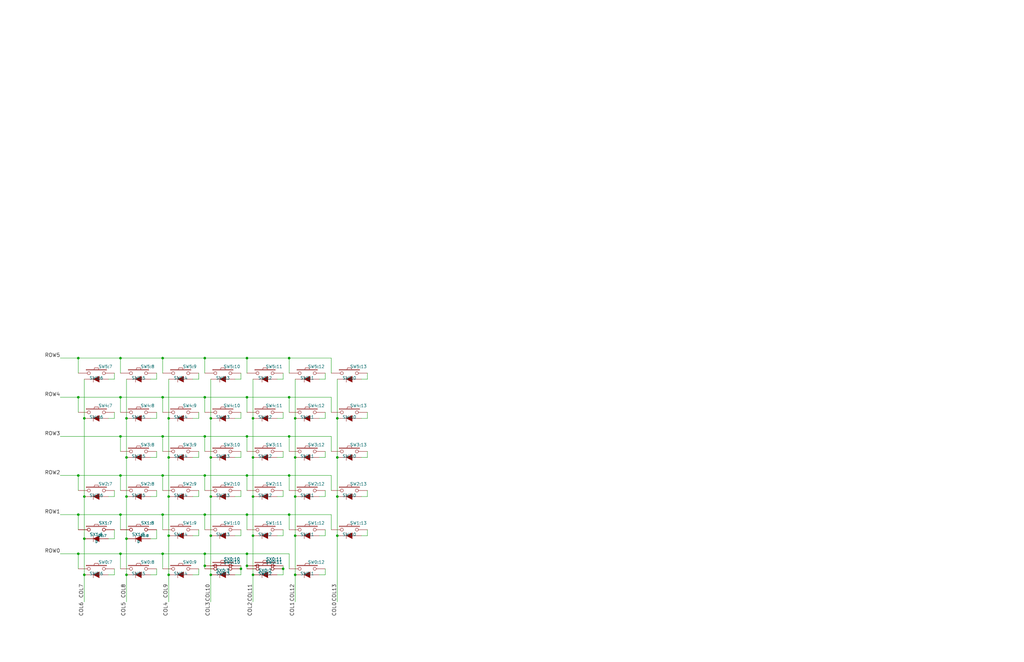
<source format=kicad_sch>
(kicad_sch (version 20250114) (generator "eeschema") (generator_version "9.0")
  (paper "USLedger")
  (lib_symbols
    (symbol "DIODE_3" (pin_numbers (hide yes)) (pin_names (offset 1.016) (hide yes))
      (property "Reference" "D" (at -2.54 -1.27 0))
      (property "Value" "DIODE" (at 0 1.27 0))
      (symbol "DIODE_3_1_1"
        (pin passive line (at -5.08 0 0) (length 3.81) (name "A") (number "1"))
        (pin passive line (at 5.08 0 180) (length 3.81) (name "K") (number "2"))
      )
    )
    (symbol "DIODE_4" (pin_numbers (hide yes)) (pin_names (offset 1.016) (hide yes))
      (property "Reference" "D" (at -2.54 -1.27 0))
      (property "Value" "DIODE" (at 0 1.27 0))
      (symbol "DIODE_4_1_1"
        (pin passive line (at -5.08 0 0) (length 3.81) (name "A") (number "1"))
        (pin passive line (at 5.08 0 180) (length 3.81) (name "K") (number "2"))
      )
    )
    (symbol "SWITCH_DIODE_39" (pin_numbers (hide yes)) (pin_names (offset 1.016) (hide yes))
      (property "Reference" "SW" (at 3.81 2.794 0))
      (property "Value" "SWITCH_DIODE" (at 0 -2.032 0))
      (symbol "SWITCH_DIODE_39_0_1"
        (pin passive inverted (at -7.62 0 0) (length 5.08) (name "1") (number "1"))
        (pin passive inverted (at 7.62 0 180) (length 5.08) (name "2") (number "2"))
      )
      (symbol "SWITCH_DIODE_39_1_1"
        (pin passive line (at -5.08 -2.54 0) (length 3.81) (name "K") (number "4"))
        (pin power_in line (at 0 0 90) (length 0) (hide yes) (name "GND") (number "0"))
        (pin passive line (at 5.08 -2.54 180) (length 3.81) (name "A") (number "3"))
      )
    )
    (symbol "SWITCH_DIODE_40" (pin_numbers (hide yes)) (pin_names (offset 1.016) (hide yes))
      (property "Reference" "SW" (at 3.81 2.794 0))
      (property "Value" "SWITCH_DIODE" (at 0 -2.032 0))
      (symbol "SWITCH_DIODE_40_0_1"
        (pin passive inverted (at -7.62 0 0) (length 5.08) (name "1") (number "1"))
        (pin passive inverted (at 7.62 0 180) (length 5.08) (name "2") (number "2"))
      )
      (symbol "SWITCH_DIODE_40_1_1"
        (pin passive line (at -5.08 -2.54 0) (length 3.81) (name "K") (number "4"))
        (pin power_in line (at 0 0 90) (length 0) (hide yes) (name "GND") (number "0"))
        (pin passive line (at 5.08 -2.54 180) (length 3.81) (name "A") (number "3"))
      )
    )
    (symbol "SWITCH_DIODE_41" (pin_numbers (hide yes)) (pin_names (offset 1.016) (hide yes))
      (property "Reference" "SW" (at 3.81 2.794 0))
      (property "Value" "SWITCH_DIODE" (at 0 -2.032 0))
      (symbol "SWITCH_DIODE_41_0_1"
        (pin passive inverted (at -7.62 0 0) (length 5.08) (name "1") (number "1"))
        (pin passive inverted (at 7.62 0 180) (length 5.08) (name "2") (number "2"))
      )
      (symbol "SWITCH_DIODE_41_1_1"
        (pin passive line (at -5.08 -2.54 0) (length 3.81) (name "K") (number "4"))
        (pin power_in line (at 0 0 90) (length 0) (hide yes) (name "GND") (number "0"))
        (pin passive line (at 5.08 -2.54 180) (length 3.81) (name "A") (number "3"))
      )
    )
    (symbol "SWITCH_DIODE_42" (pin_numbers (hide yes)) (pin_names (offset 1.016) (hide yes))
      (property "Reference" "SW" (at 3.81 2.794 0))
      (property "Value" "SWITCH_DIODE" (at 0 -2.032 0))
      (symbol "SWITCH_DIODE_42_0_1"
        (pin passive inverted (at -7.62 0 0) (length 5.08) (name "1") (number "1"))
        (pin passive inverted (at 7.62 0 180) (length 5.08) (name "2") (number "2"))
      )
      (symbol "SWITCH_DIODE_42_1_1"
        (pin passive line (at -5.08 -2.54 0) (length 3.81) (name "K") (number "4"))
        (pin power_in line (at 0 0 90) (length 0) (hide yes) (name "GND") (number "0"))
        (pin passive line (at 5.08 -2.54 180) (length 3.81) (name "A") (number "3"))
      )
    )
    (symbol "SWITCH_DIODE_43" (pin_numbers (hide yes)) (pin_names (offset 1.016) (hide yes))
      (property "Reference" "SW" (at 3.81 2.794 0))
      (property "Value" "SWITCH_DIODE" (at 0 -2.032 0))
      (symbol "SWITCH_DIODE_43_0_1"
        (pin passive inverted (at -7.62 0 0) (length 5.08) (name "1") (number "1"))
        (pin passive inverted (at 7.62 0 180) (length 5.08) (name "2") (number "2"))
      )
      (symbol "SWITCH_DIODE_43_1_1"
        (pin passive line (at -5.08 -2.54 0) (length 3.81) (name "K") (number "4"))
        (pin power_in line (at 0 0 90) (length 0) (hide yes) (name "GND") (number "0"))
        (pin passive line (at 5.08 -2.54 180) (length 3.81) (name "A") (number "3"))
      )
    )
    (symbol "SWITCH_DIODE_44" (pin_numbers (hide yes)) (pin_names (offset 1.016) (hide yes))
      (property "Reference" "SW" (at 3.81 2.794 0))
      (property "Value" "SWITCH_DIODE" (at 0 -2.032 0))
      (symbol "SWITCH_DIODE_44_0_1"
        (pin passive inverted (at -7.62 0 0) (length 5.08) (name "1") (number "1"))
        (pin passive inverted (at 7.62 0 180) (length 5.08) (name "2") (number "2"))
      )
      (symbol "SWITCH_DIODE_44_1_1"
        (pin passive line (at -5.08 -2.54 0) (length 3.81) (name "K") (number "4"))
        (pin power_in line (at 0 0 90) (length 0) (hide yes) (name "GND") (number "0"))
        (pin passive line (at 5.08 -2.54 180) (length 3.81) (name "A") (number "3"))
      )
    )
    (symbol "SWITCH_DIODE_45" (pin_numbers (hide yes)) (pin_names (offset 1.016) (hide yes))
      (property "Reference" "SW" (at 3.81 2.794 0))
      (property "Value" "SWITCH_DIODE" (at 0 -2.032 0))
      (symbol "SWITCH_DIODE_45_0_1"
        (pin passive inverted (at -7.62 0 0) (length 5.08) (name "1") (number "1"))
        (pin passive inverted (at 7.62 0 180) (length 5.08) (name "2") (number "2"))
      )
      (symbol "SWITCH_DIODE_45_1_1"
        (pin passive line (at -5.08 -2.54 0) (length 3.81) (name "K") (number "4"))
        (pin power_in line (at 0 0 90) (length 0) (hide yes) (name "GND") (number "0"))
        (pin passive line (at 5.08 -2.54 180) (length 3.81) (name "A") (number "3"))
      )
    )
    (symbol "SWITCH_DIODE_46" (pin_numbers (hide yes)) (pin_names (offset 1.016) (hide yes))
      (property "Reference" "SW" (at 3.81 2.794 0))
      (property "Value" "SWITCH_DIODE" (at 0 -2.032 0))
      (symbol "SWITCH_DIODE_46_0_1"
        (pin passive inverted (at -7.62 0 0) (length 5.08) (name "1") (number "1"))
        (pin passive inverted (at 7.62 0 180) (length 5.08) (name "2") (number "2"))
      )
      (symbol "SWITCH_DIODE_46_1_1"
        (pin passive line (at -5.08 -2.54 0) (length 3.81) (name "K") (number "4"))
        (pin power_in line (at 0 0 90) (length 0) (hide yes) (name "GND") (number "0"))
        (pin passive line (at 5.08 -2.54 180) (length 3.81) (name "A") (number "3"))
      )
    )
    (symbol "SWITCH_DIODE_47" (pin_numbers (hide yes)) (pin_names (offset 1.016) (hide yes))
      (property "Reference" "SW" (at 3.81 2.794 0))
      (property "Value" "SWITCH_DIODE" (at 0 -2.032 0))
      (symbol "SWITCH_DIODE_47_0_1"
        (pin passive inverted (at -7.62 0 0) (length 5.08) (name "1") (number "1"))
        (pin passive inverted (at 7.62 0 180) (length 5.08) (name "2") (number "2"))
      )
      (symbol "SWITCH_DIODE_47_1_1"
        (pin passive line (at -5.08 -2.54 0) (length 3.81) (name "K") (number "4"))
        (pin power_in line (at 0 0 90) (length 0) (hide yes) (name "GND") (number "0"))
        (pin passive line (at 5.08 -2.54 180) (length 3.81) (name "A") (number "3"))
      )
    )
    (symbol "SWITCH_DIODE_48" (pin_numbers (hide yes)) (pin_names (offset 1.016) (hide yes))
      (property "Reference" "SW" (at 3.81 2.794 0))
      (property "Value" "SWITCH_DIODE" (at 0 -2.032 0))
      (symbol "SWITCH_DIODE_48_0_1"
        (pin passive inverted (at -7.62 0 0) (length 5.08) (name "1") (number "1"))
        (pin passive inverted (at 7.62 0 180) (length 5.08) (name "2") (number "2"))
      )
      (symbol "SWITCH_DIODE_48_1_1"
        (pin passive line (at -5.08 -2.54 0) (length 3.81) (name "K") (number "4"))
        (pin power_in line (at 0 0 90) (length 0) (hide yes) (name "GND") (number "0"))
        (pin passive line (at 5.08 -2.54 180) (length 3.81) (name "A") (number "3"))
      )
    )
    (symbol "SWITCH_DIODE_49" (pin_numbers (hide yes)) (pin_names (offset 1.016) (hide yes))
      (property "Reference" "SW" (at 3.81 2.794 0))
      (property "Value" "SWITCH_DIODE" (at 0 -2.032 0))
      (symbol "SWITCH_DIODE_49_0_1"
        (pin passive inverted (at -7.62 0 0) (length 5.08) (name "1") (number "1"))
        (pin passive inverted (at 7.62 0 180) (length 5.08) (name "2") (number "2"))
      )
      (symbol "SWITCH_DIODE_49_1_1"
        (pin passive line (at -5.08 -2.54 0) (length 3.81) (name "K") (number "4"))
        (pin power_in line (at 0 0 90) (length 0) (hide yes) (name "GND") (number "0"))
        (pin passive line (at 5.08 -2.54 180) (length 3.81) (name "A") (number "3"))
      )
    )
    (symbol "SWITCH_DIODE_50" (pin_numbers (hide yes)) (pin_names (offset 1.016) (hide yes))
      (property "Reference" "SW" (at 3.81 2.794 0))
      (property "Value" "SWITCH_DIODE" (at 0 -2.032 0))
      (symbol "SWITCH_DIODE_50_0_1"
        (pin passive inverted (at -7.62 0 0) (length 5.08) (name "1") (number "1"))
        (pin passive inverted (at 7.62 0 180) (length 5.08) (name "2") (number "2"))
      )
      (symbol "SWITCH_DIODE_50_1_1"
        (pin passive line (at -5.08 -2.54 0) (length 3.81) (name "K") (number "4"))
        (pin power_in line (at 0 0 90) (length 0) (hide yes) (name "GND") (number "0"))
        (pin passive line (at 5.08 -2.54 180) (length 3.81) (name "A") (number "3"))
      )
    )
    (symbol "SWITCH_DIODE_51" (pin_numbers (hide yes)) (pin_names (offset 1.016) (hide yes))
      (property "Reference" "SW" (at 3.81 2.794 0))
      (property "Value" "SWITCH_DIODE" (at 0 -2.032 0))
      (symbol "SWITCH_DIODE_51_0_1"
        (pin passive inverted (at -7.62 0 0) (length 5.08) (name "1") (number "1"))
        (pin passive inverted (at 7.62 0 180) (length 5.08) (name "2") (number "2"))
      )
      (symbol "SWITCH_DIODE_51_1_1"
        (pin passive line (at -5.08 -2.54 0) (length 3.81) (name "K") (number "4"))
        (pin power_in line (at 0 0 90) (length 0) (hide yes) (name "GND") (number "0"))
        (pin passive line (at 5.08 -2.54 180) (length 3.81) (name "A") (number "3"))
      )
    )
    (symbol "SWITCH_DIODE_52" (pin_numbers (hide yes)) (pin_names (offset 1.016) (hide yes))
      (property "Reference" "SW" (at 3.81 2.794 0))
      (property "Value" "SWITCH_DIODE" (at 0 -2.032 0))
      (symbol "SWITCH_DIODE_52_0_1"
        (pin passive inverted (at -7.62 0 0) (length 5.08) (name "1") (number "1"))
        (pin passive inverted (at 7.62 0 180) (length 5.08) (name "2") (number "2"))
      )
      (symbol "SWITCH_DIODE_52_1_1"
        (pin passive line (at -5.08 -2.54 0) (length 3.81) (name "K") (number "4"))
        (pin power_in line (at 0 0 90) (length 0) (hide yes) (name "GND") (number "0"))
        (pin passive line (at 5.08 -2.54 180) (length 3.81) (name "A") (number "3"))
      )
    )
    (symbol "SWITCH_DIODE_53" (pin_numbers (hide yes)) (pin_names (offset 1.016) (hide yes))
      (property "Reference" "SW" (at 3.81 2.794 0))
      (property "Value" "SWITCH_DIODE" (at 0 -2.032 0))
      (symbol "SWITCH_DIODE_53_0_1"
        (pin passive inverted (at -7.62 0 0) (length 5.08) (name "1") (number "1"))
        (pin passive inverted (at 7.62 0 180) (length 5.08) (name "2") (number "2"))
      )
      (symbol "SWITCH_DIODE_53_1_1"
        (pin passive line (at -5.08 -2.54 0) (length 3.81) (name "K") (number "4"))
        (pin power_in line (at 0 0 90) (length 0) (hide yes) (name "GND") (number "0"))
        (pin passive line (at 5.08 -2.54 180) (length 3.81) (name "A") (number "3"))
      )
    )
    (symbol "SWITCH_DIODE_54" (pin_numbers (hide yes)) (pin_names (offset 1.016) (hide yes))
      (property "Reference" "SW" (at 3.81 2.794 0))
      (property "Value" "SWITCH_DIODE" (at 0 -2.032 0))
      (symbol "SWITCH_DIODE_54_0_1"
        (pin passive inverted (at -7.62 0 0) (length 5.08) (name "1") (number "1"))
        (pin passive inverted (at 7.62 0 180) (length 5.08) (name "2") (number "2"))
      )
      (symbol "SWITCH_DIODE_54_1_1"
        (pin passive line (at -5.08 -2.54 0) (length 3.81) (name "K") (number "4"))
        (pin power_in line (at 0 0 90) (length 0) (hide yes) (name "GND") (number "0"))
        (pin passive line (at 5.08 -2.54 180) (length 3.81) (name "A") (number "3"))
      )
    )
    (symbol "SWITCH_DIODE_55" (pin_numbers (hide yes)) (pin_names (offset 1.016) (hide yes))
      (property "Reference" "SW" (at 3.81 2.794 0))
      (property "Value" "SWITCH_DIODE" (at 0 -2.032 0))
      (symbol "SWITCH_DIODE_55_0_1"
        (pin passive inverted (at -7.62 0 0) (length 5.08) (name "1") (number "1"))
        (pin passive inverted (at 7.62 0 180) (length 5.08) (name "2") (number "2"))
      )
      (symbol "SWITCH_DIODE_55_1_1"
        (pin passive line (at -5.08 -2.54 0) (length 3.81) (name "K") (number "4"))
        (pin power_in line (at 0 0 90) (length 0) (hide yes) (name "GND") (number "0"))
        (pin passive line (at 5.08 -2.54 180) (length 3.81) (name "A") (number "3"))
      )
    )
    (symbol "SWITCH_DIODE_56" (pin_numbers (hide yes)) (pin_names (offset 1.016) (hide yes))
      (property "Reference" "SW" (at 3.81 2.794 0))
      (property "Value" "SWITCH_DIODE" (at 0 -2.032 0))
      (symbol "SWITCH_DIODE_56_0_1"
        (pin passive inverted (at -7.62 0 0) (length 5.08) (name "1") (number "1"))
        (pin passive inverted (at 7.62 0 180) (length 5.08) (name "2") (number "2"))
      )
      (symbol "SWITCH_DIODE_56_1_1"
        (pin passive line (at -5.08 -2.54 0) (length 3.81) (name "K") (number "4"))
        (pin power_in line (at 0 0 90) (length 0) (hide yes) (name "GND") (number "0"))
        (pin passive line (at 5.08 -2.54 180) (length 3.81) (name "A") (number "3"))
      )
    )
    (symbol "SWITCH_DIODE_57" (pin_numbers (hide yes)) (pin_names (offset 1.016) (hide yes))
      (property "Reference" "SW" (at 3.81 2.794 0))
      (property "Value" "SWITCH_DIODE" (at 0 -2.032 0))
      (symbol "SWITCH_DIODE_57_0_1"
        (pin passive inverted (at -7.62 0 0) (length 5.08) (name "1") (number "1"))
        (pin passive inverted (at 7.62 0 180) (length 5.08) (name "2") (number "2"))
      )
      (symbol "SWITCH_DIODE_57_1_1"
        (pin passive line (at -5.08 -2.54 0) (length 3.81) (name "K") (number "4"))
        (pin power_in line (at 0 0 90) (length 0) (hide yes) (name "GND") (number "0"))
        (pin passive line (at 5.08 -2.54 180) (length 3.81) (name "A") (number "3"))
      )
    )
    (symbol "SWITCH_DIODE_58" (pin_numbers (hide yes)) (pin_names (offset 1.016) (hide yes))
      (property "Reference" "SW" (at 3.81 2.794 0))
      (property "Value" "SWITCH_DIODE" (at 0 -2.032 0))
      (symbol "SWITCH_DIODE_58_0_1"
        (pin passive inverted (at -7.62 0 0) (length 5.08) (name "1") (number "1"))
        (pin passive inverted (at 7.62 0 180) (length 5.08) (name "2") (number "2"))
      )
      (symbol "SWITCH_DIODE_58_1_1"
        (pin passive line (at -5.08 -2.54 0) (length 3.81) (name "K") (number "4"))
        (pin power_in line (at 0 0 90) (length 0) (hide yes) (name "GND") (number "0"))
        (pin passive line (at 5.08 -2.54 180) (length 3.81) (name "A") (number "3"))
      )
    )
    (symbol "SWITCH_DIODE_59" (pin_numbers (hide yes)) (pin_names (offset 1.016) (hide yes))
      (property "Reference" "SW" (at 3.81 2.794 0))
      (property "Value" "SWITCH_DIODE" (at 0 -2.032 0))
      (symbol "SWITCH_DIODE_59_0_1"
        (pin passive inverted (at -7.62 0 0) (length 5.08) (name "1") (number "1"))
        (pin passive inverted (at 7.62 0 180) (length 5.08) (name "2") (number "2"))
      )
      (symbol "SWITCH_DIODE_59_1_1"
        (pin passive line (at -5.08 -2.54 0) (length 3.81) (name "K") (number "4"))
        (pin power_in line (at 0 0 90) (length 0) (hide yes) (name "GND") (number "0"))
        (pin passive line (at 5.08 -2.54 180) (length 3.81) (name "A") (number "3"))
      )
    )
    (symbol "SWITCH_DIODE_60" (pin_numbers (hide yes)) (pin_names (offset 1.016) (hide yes))
      (property "Reference" "SW" (at 3.81 2.794 0))
      (property "Value" "SWITCH_DIODE" (at 0 -2.032 0))
      (symbol "SWITCH_DIODE_60_0_1"
        (pin passive inverted (at -7.62 0 0) (length 5.08) (name "1") (number "1"))
        (pin passive inverted (at 7.62 0 180) (length 5.08) (name "2") (number "2"))
      )
      (symbol "SWITCH_DIODE_60_1_1"
        (pin passive line (at -5.08 -2.54 0) (length 3.81) (name "K") (number "4"))
        (pin power_in line (at 0 0 90) (length 0) (hide yes) (name "GND") (number "0"))
        (pin passive line (at 5.08 -2.54 180) (length 3.81) (name "A") (number "3"))
      )
    )
    (symbol "SWITCH_DIODE_61" (pin_numbers (hide yes)) (pin_names (offset 1.016) (hide yes))
      (property "Reference" "SW" (at 3.81 2.794 0))
      (property "Value" "SWITCH_DIODE" (at 0 -2.032 0))
      (symbol "SWITCH_DIODE_61_0_1"
        (pin passive inverted (at -7.62 0 0) (length 5.08) (name "1") (number "1"))
        (pin passive inverted (at 7.62 0 180) (length 5.08) (name "2") (number "2"))
      )
      (symbol "SWITCH_DIODE_61_1_1"
        (pin passive line (at -5.08 -2.54 0) (length 3.81) (name "K") (number "4"))
        (pin power_in line (at 0 0 90) (length 0) (hide yes) (name "GND") (number "0"))
        (pin passive line (at 5.08 -2.54 180) (length 3.81) (name "A") (number "3"))
      )
    )
    (symbol "SWITCH_DIODE_62" (pin_numbers (hide yes)) (pin_names (offset 1.016) (hide yes))
      (property "Reference" "SW" (at 3.81 2.794 0))
      (property "Value" "SWITCH_DIODE" (at 0 -2.032 0))
      (symbol "SWITCH_DIODE_62_0_1"
        (pin passive inverted (at -7.62 0 0) (length 5.08) (name "1") (number "1"))
        (pin passive inverted (at 7.62 0 180) (length 5.08) (name "2") (number "2"))
      )
      (symbol "SWITCH_DIODE_62_1_1"
        (pin passive line (at -5.08 -2.54 0) (length 3.81) (name "K") (number "4"))
        (pin power_in line (at 0 0 90) (length 0) (hide yes) (name "GND") (number "0"))
        (pin passive line (at 5.08 -2.54 180) (length 3.81) (name "A") (number "3"))
      )
    )
    (symbol "SWITCH_DIODE_63" (pin_numbers (hide yes)) (pin_names (offset 1.016) (hide yes))
      (property "Reference" "SW" (at 3.81 2.794 0))
      (property "Value" "SWITCH_DIODE" (at 0 -2.032 0))
      (symbol "SWITCH_DIODE_63_0_1"
        (pin passive inverted (at -7.62 0 0) (length 5.08) (name "1") (number "1"))
        (pin passive inverted (at 7.62 0 180) (length 5.08) (name "2") (number "2"))
      )
      (symbol "SWITCH_DIODE_63_1_1"
        (pin passive line (at -5.08 -2.54 0) (length 3.81) (name "K") (number "4"))
        (pin power_in line (at 0 0 90) (length 0) (hide yes) (name "GND") (number "0"))
        (pin passive line (at 5.08 -2.54 180) (length 3.81) (name "A") (number "3"))
      )
    )
    (symbol "SWITCH_DIODE_64" (pin_numbers (hide yes)) (pin_names (offset 1.016) (hide yes))
      (property "Reference" "SW" (at 3.81 2.794 0))
      (property "Value" "SWITCH_DIODE" (at 0 -2.032 0))
      (symbol "SWITCH_DIODE_64_0_1"
        (pin passive inverted (at -7.62 0 0) (length 5.08) (name "1") (number "1"))
        (pin passive inverted (at 7.62 0 180) (length 5.08) (name "2") (number "2"))
      )
      (symbol "SWITCH_DIODE_64_1_1"
        (pin passive line (at -5.08 -2.54 0) (length 3.81) (name "K") (number "4"))
        (pin power_in line (at 0 0 90) (length 0) (hide yes) (name "GND") (number "0"))
        (pin passive line (at 5.08 -2.54 180) (length 3.81) (name "A") (number "3"))
      )
    )
    (symbol "SWITCH_DIODE_65" (pin_numbers (hide yes)) (pin_names (offset 1.016) (hide yes))
      (property "Reference" "SW" (at 3.81 2.794 0))
      (property "Value" "SWITCH_DIODE" (at 0 -2.032 0))
      (symbol "SWITCH_DIODE_65_0_1"
        (pin passive inverted (at -7.62 0 0) (length 5.08) (name "1") (number "1"))
        (pin passive inverted (at 7.62 0 180) (length 5.08) (name "2") (number "2"))
      )
      (symbol "SWITCH_DIODE_65_1_1"
        (pin passive line (at -5.08 -2.54 0) (length 3.81) (name "K") (number "4"))
        (pin power_in line (at 0 0 90) (length 0) (hide yes) (name "GND") (number "0"))
        (pin passive line (at 5.08 -2.54 180) (length 3.81) (name "A") (number "3"))
      )
    )
    (symbol "SWITCH_DIODE_66" (pin_numbers (hide yes)) (pin_names (offset 1.016) (hide yes))
      (property "Reference" "SW" (at 3.81 2.794 0))
      (property "Value" "SWITCH_DIODE" (at 0 -2.032 0))
      (symbol "SWITCH_DIODE_66_0_1"
        (pin passive inverted (at -7.62 0 0) (length 5.08) (name "1") (number "1"))
        (pin passive inverted (at 7.62 0 180) (length 5.08) (name "2") (number "2"))
      )
      (symbol "SWITCH_DIODE_66_1_1"
        (pin passive line (at -5.08 -2.54 0) (length 3.81) (name "K") (number "4"))
        (pin power_in line (at 0 0 90) (length 0) (hide yes) (name "GND") (number "0"))
        (pin passive line (at 5.08 -2.54 180) (length 3.81) (name "A") (number "3"))
      )
    )
    (symbol "SWITCH_DIODE_67" (pin_numbers (hide yes)) (pin_names (offset 1.016) (hide yes))
      (property "Reference" "SW" (at 3.81 2.794 0))
      (property "Value" "SWITCH_DIODE" (at 0 -2.032 0))
      (symbol "SWITCH_DIODE_67_0_1"
        (pin passive inverted (at -7.62 0 0) (length 5.08) (name "1") (number "1"))
        (pin passive inverted (at 7.62 0 180) (length 5.08) (name "2") (number "2"))
      )
      (symbol "SWITCH_DIODE_67_1_1"
        (pin passive line (at -5.08 -2.54 0) (length 3.81) (name "K") (number "4"))
        (pin power_in line (at 0 0 90) (length 0) (hide yes) (name "GND") (number "0"))
        (pin passive line (at 5.08 -2.54 180) (length 3.81) (name "A") (number "3"))
      )
    )
    (symbol "SWITCH_DIODE_68" (pin_numbers (hide yes)) (pin_names (offset 1.016) (hide yes))
      (property "Reference" "SW" (at 3.81 2.794 0))
      (property "Value" "SWITCH_DIODE" (at 0 -2.032 0))
      (symbol "SWITCH_DIODE_68_0_1"
        (pin passive inverted (at -7.62 0 0) (length 5.08) (name "1") (number "1"))
        (pin passive inverted (at 7.62 0 180) (length 5.08) (name "2") (number "2"))
      )
      (symbol "SWITCH_DIODE_68_1_1"
        (pin passive line (at -5.08 -2.54 0) (length 3.81) (name "K") (number "4"))
        (pin power_in line (at 0 0 90) (length 0) (hide yes) (name "GND") (number "0"))
        (pin passive line (at 5.08 -2.54 180) (length 3.81) (name "A") (number "3"))
      )
    )
    (symbol "SWITCH_DIODE_69" (pin_numbers (hide yes)) (pin_names (offset 1.016) (hide yes))
      (property "Reference" "SW" (at 3.81 2.794 0))
      (property "Value" "SWITCH_DIODE" (at 0 -2.032 0))
      (symbol "SWITCH_DIODE_69_0_1"
        (pin passive inverted (at -7.62 0 0) (length 5.08) (name "1") (number "1"))
        (pin passive inverted (at 7.62 0 180) (length 5.08) (name "2") (number "2"))
      )
      (symbol "SWITCH_DIODE_69_1_1"
        (pin passive line (at -5.08 -2.54 0) (length 3.81) (name "K") (number "4"))
        (pin power_in line (at 0 0 90) (length 0) (hide yes) (name "GND") (number "0"))
        (pin passive line (at 5.08 -2.54 180) (length 3.81) (name "A") (number "3"))
      )
    )
    (symbol "SWITCH_DIODE_70" (pin_numbers (hide yes)) (pin_names (offset 1.016) (hide yes))
      (property "Reference" "SW" (at 3.81 2.794 0))
      (property "Value" "SWITCH_DIODE" (at 0 -2.032 0))
      (symbol "SWITCH_DIODE_70_0_1"
        (pin passive inverted (at -7.62 0 0) (length 5.08) (name "1") (number "1"))
        (pin passive inverted (at 7.62 0 180) (length 5.08) (name "2") (number "2"))
      )
      (symbol "SWITCH_DIODE_70_1_1"
        (pin passive line (at -5.08 -2.54 0) (length 3.81) (name "K") (number "4"))
        (pin power_in line (at 0 0 90) (length 0) (hide yes) (name "GND") (number "0"))
        (pin passive line (at 5.08 -2.54 180) (length 3.81) (name "A") (number "3"))
      )
    )
    (symbol "SWITCH_DIODE_71" (pin_numbers (hide yes)) (pin_names (offset 1.016) (hide yes))
      (property "Reference" "SW" (at 3.81 2.794 0))
      (property "Value" "SWITCH_DIODE" (at 0 -2.032 0))
      (symbol "SWITCH_DIODE_71_0_1"
        (pin passive inverted (at -7.62 0 0) (length 5.08) (name "1") (number "1"))
        (pin passive inverted (at 7.62 0 180) (length 5.08) (name "2") (number "2"))
      )
      (symbol "SWITCH_DIODE_71_1_1"
        (pin passive line (at -5.08 -2.54 0) (length 3.81) (name "K") (number "4"))
        (pin power_in line (at 0 0 90) (length 0) (hide yes) (name "GND") (number "0"))
        (pin passive line (at 5.08 -2.54 180) (length 3.81) (name "A") (number "3"))
      )
    )
    (symbol "SWITCH_DIODE_72" (pin_numbers (hide yes)) (pin_names (offset 1.016) (hide yes))
      (property "Reference" "SW" (at 3.81 2.794 0))
      (property "Value" "SWITCH_DIODE" (at 0 -2.032 0))
      (symbol "SWITCH_DIODE_72_0_1"
        (pin passive inverted (at -7.62 0 0) (length 5.08) (name "1") (number "1"))
        (pin passive inverted (at 7.62 0 180) (length 5.08) (name "2") (number "2"))
      )
      (symbol "SWITCH_DIODE_72_1_1"
        (pin passive line (at -5.08 -2.54 0) (length 3.81) (name "K") (number "4"))
        (pin power_in line (at 0 0 90) (length 0) (hide yes) (name "GND") (number "0"))
        (pin passive line (at 5.08 -2.54 180) (length 3.81) (name "A") (number "3"))
      )
    )
    (symbol "SWITCH_DIODE_73" (pin_numbers (hide yes)) (pin_names (offset 1.016) (hide yes))
      (property "Reference" "SW" (at 3.81 2.794 0))
      (property "Value" "SWITCH_DIODE" (at 0 -2.032 0))
      (symbol "SWITCH_DIODE_73_0_1"
        (pin passive inverted (at -7.62 0 0) (length 5.08) (name "1") (number "1"))
        (pin passive inverted (at 7.62 0 180) (length 5.08) (name "2") (number "2"))
      )
      (symbol "SWITCH_DIODE_73_1_1"
        (pin passive line (at -5.08 -2.54 0) (length 3.81) (name "K") (number "4"))
        (pin power_in line (at 0 0 90) (length 0) (hide yes) (name "GND") (number "0"))
        (pin passive line (at 5.08 -2.54 180) (length 3.81) (name "A") (number "3"))
      )
    )
    (symbol "SWITCH_DIODE_74" (pin_numbers (hide yes)) (pin_names (offset 1.016) (hide yes))
      (property "Reference" "SW" (at 3.81 2.794 0))
      (property "Value" "SWITCH_DIODE" (at 0 -2.032 0))
      (symbol "SWITCH_DIODE_74_0_1"
        (pin passive inverted (at -7.62 0 0) (length 5.08) (name "1") (number "1"))
        (pin passive inverted (at 7.62 0 180) (length 5.08) (name "2") (number "2"))
      )
      (symbol "SWITCH_DIODE_74_1_1"
        (pin passive line (at -5.08 -2.54 0) (length 3.81) (name "K") (number "4"))
        (pin power_in line (at 0 0 90) (length 0) (hide yes) (name "GND") (number "0"))
        (pin passive line (at 5.08 -2.54 180) (length 3.81) (name "A") (number "3"))
      )
    )
    (symbol "SWITCH_DIODE_75" (pin_numbers (hide yes)) (pin_names (offset 1.016) (hide yes))
      (property "Reference" "SW" (at 3.81 2.794 0))
      (property "Value" "SWITCH_DIODE" (at 0 -2.032 0))
      (symbol "SWITCH_DIODE_75_0_1"
        (pin passive inverted (at -7.62 0 0) (length 5.08) (name "1") (number "1"))
        (pin passive inverted (at 7.62 0 180) (length 5.08) (name "2") (number "2"))
      )
      (symbol "SWITCH_DIODE_75_1_1"
        (pin passive line (at -5.08 -2.54 0) (length 3.81) (name "K") (number "4"))
        (pin power_in line (at 0 0 90) (length 0) (hide yes) (name "GND") (number "0"))
        (pin passive line (at 5.08 -2.54 180) (length 3.81) (name "A") (number "3"))
      )
    )
    (symbol "SWITCH_DIODE_76" (pin_numbers (hide yes)) (pin_names (offset 1.016) (hide yes))
      (property "Reference" "SW" (at 3.81 2.794 0))
      (property "Value" "SWITCH_DIODE" (at 0 -2.032 0))
      (symbol "SWITCH_DIODE_76_0_1"
        (pin passive inverted (at -7.62 0 0) (length 5.08) (name "1") (number "1"))
        (pin passive inverted (at 7.62 0 180) (length 5.08) (name "2") (number "2"))
      )
      (symbol "SWITCH_DIODE_76_1_1"
        (pin passive line (at -5.08 -2.54 0) (length 3.81) (name "K") (number "4"))
        (pin power_in line (at 0 0 90) (length 0) (hide yes) (name "GND") (number "0"))
        (pin passive line (at 5.08 -2.54 180) (length 3.81) (name "A") (number "3"))
      )
    )
    (symbol "SWITCH_PUSH_10" (pin_numbers (hide yes)) (pin_names (offset 1.016) (hide yes))
      (property "Reference" "SW" (at 3.81 2.794 0))
      (property "Value" "SWITCH_PUSH" (at 0 -2.032 0))
      (symbol "SWITCH_PUSH_10_0_1"
        (pin passive inverted (at -7.62 0 0) (length 5.08) (name "1") (number "1"))
        (pin passive inverted (at 7.62 0 180) (length 5.08) (name "2") (number "2"))
      )
      (symbol "SWITCH_PUSH_10_1_1"
        (pin power_in line (at 0 0 90) (length 0) (hide yes) (name "GND") (number "0"))
      )
    )
    (symbol "SWITCH_PUSH_7" (pin_numbers (hide yes)) (pin_names (offset 1.016) (hide yes))
      (property "Reference" "SW" (at 3.81 2.794 0))
      (property "Value" "SWITCH_PUSH" (at 0 -2.032 0))
      (symbol "SWITCH_PUSH_7_0_1"
        (pin passive inverted (at -7.62 0 0) (length 5.08) (name "1") (number "1"))
        (pin passive inverted (at 7.62 0 180) (length 5.08) (name "2") (number "2"))
      )
      (symbol "SWITCH_PUSH_7_1_1"
        (pin power_in line (at 0 0 90) (length 0) (hide yes) (name "GND") (number "0"))
      )
    )
    (symbol "SWITCH_PUSH_8" (pin_numbers (hide yes)) (pin_names (offset 1.016) (hide yes))
      (property "Reference" "SW" (at 3.81 2.794 0))
      (property "Value" "SWITCH_PUSH" (at 0 -2.032 0))
      (symbol "SWITCH_PUSH_8_0_1"
        (pin passive inverted (at -7.62 0 0) (length 5.08) (name "1") (number "1"))
        (pin passive inverted (at 7.62 0 180) (length 5.08) (name "2") (number "2"))
      )
      (symbol "SWITCH_PUSH_8_1_1"
        (pin power_in line (at 0 0 90) (length 0) (hide yes) (name "GND") (number "0"))
      )
    )
    (symbol "SWITCH_PUSH_9" (pin_numbers (hide yes)) (pin_names (offset 1.016) (hide yes))
      (property "Reference" "SW" (at 3.81 2.794 0))
      (property "Value" "SWITCH_PUSH" (at 0 -2.032 0))
      (symbol "SWITCH_PUSH_9_0_1"
        (pin passive inverted (at -7.62 0 0) (length 5.08) (name "1") (number "1"))
        (pin passive inverted (at 7.62 0 180) (length 5.08) (name "2") (number "2"))
      )
      (symbol "SWITCH_PUSH_9_1_1"
        (pin power_in line (at 0 0 90) (length 0) (hide yes) (name "GND") (number "0"))
      )
    )
  )
  (junction (at 124.46 242.57))
  (junction (at 142.24 176.53))
  (junction (at 71.12 176.53))
  (junction (at 88.9 176.53))
  (junction (at 53.34 176.53))
  (junction (at 50.8 233.68))
  (junction (at 104.14 200.66))
  (junction (at 86.36 217.17))
  (junction (at 50.8 217.17))
  (junction (at 142.24 226.06))
  (junction (at 106.68 242.57))
  (junction (at 35.56 242.57))
  (junction (at 88.9 209.55))
  (junction (at 86.36 238.76))
  (junction (at 106.68 226.06))
  (junction (at 104.14 167.64))
  (junction (at 142.24 209.55))
  (junction (at 71.12 226.06))
  (junction (at 33.02 167.64))
  (junction (at 124.46 226.06))
  (junction (at 53.34 242.57))
  (junction (at 35.56 176.53))
  (junction (at 33.02 217.17))
  (junction (at 88.9 242.57))
  (junction (at 50.8 200.66))
  (junction (at 86.36 233.68))
  (junction (at 53.34 227.33))
  (junction (at 68.58 217.17))
  (junction (at 124.46 209.55))
  (junction (at 124.46 193.04))
  (junction (at 106.68 176.53))
  (junction (at 50.8 151.13))
  (junction (at 35.56 209.55))
  (junction (at 121.92 217.17))
  (junction (at 106.68 193.04))
  (junction (at 101.6 240.03))
  (junction (at 88.9 226.06))
  (junction (at 53.34 193.04))
  (junction (at 104.14 151.13))
  (junction (at 71.12 193.04))
  (junction (at 86.36 151.13))
  (junction (at 104.14 233.68))
  (junction (at 68.58 200.66))
  (junction (at 35.56 227.33))
  (junction (at 121.92 167.64))
  (junction (at 33.02 151.13))
  (junction (at 86.36 200.66))
  (junction (at 53.34 209.55))
  (junction (at 68.58 184.15))
  (junction (at 68.58 151.13))
  (junction (at 50.8 167.64))
  (junction (at 142.24 193.04))
  (junction (at 50.8 184.15))
  (junction (at 121.92 151.13))
  (junction (at 33.02 200.66))
  (junction (at 68.58 167.64))
  (junction (at 104.14 217.17))
  (junction (at 71.12 209.55))
  (junction (at 104.14 238.76))
  (junction (at 86.36 167.64))
  (junction (at 106.68 209.55))
  (junction (at 121.92 184.15))
  (junction (at 88.9 193.04))
  (junction (at 86.36 184.15))
  (junction (at 33.02 233.68))
  (junction (at 119.38 240.03))
  (junction (at 68.58 233.68))
  (junction (at 121.92 200.66))
  (junction (at 71.12 242.57))
  (junction (at 124.46 176.53))
  (junction (at 104.14 184.15))
  (wire (pts (xy 83.82 176.53) (xy 83.82 173.99)))
  (wire (pts (xy 63.5 242.57) (xy 66.04 242.57)))
  (wire (pts (xy 121.92 200.66) (xy 121.92 207.01)))
  (wire (pts (xy 86.36 200.66) (xy 104.14 200.66)))
  (wire (pts (xy 142.24 160.02) (xy 142.24 176.53)))
  (wire (pts (xy 106.68 176.53) (xy 106.68 193.04)))
  (wire (pts (xy 88.9 209.55) (xy 88.9 226.06)))
  (wire (pts (xy 81.28 242.57) (xy 83.82 242.57)))
  (wire (pts (xy 104.14 233.68) (xy 104.14 238.76)))
  (wire (pts (xy 104.14 167.64) (xy 121.92 167.64)))
  (wire (pts (xy 124.46 242.57) (xy 124.46 254)))
  (wire (pts (xy 124.46 160.02) (xy 124.46 176.53)))
  (wire (pts (xy 124.46 193.04) (xy 124.46 209.55)))
  (wire (pts (xy 33.02 157.48) (xy 33.02 151.13)))
  (wire (pts (xy 104.14 200.66) (xy 104.14 207.01)))
  (wire (pts (xy 106.68 193.04) (xy 106.68 209.55)))
  (wire (pts (xy 68.58 200.66) (xy 68.58 207.01)))
  (wire (pts (xy 104.14 184.15) (xy 121.92 184.15)))
  (wire (pts (xy 25.4 167.64) (xy 33.02 167.64)))
  (wire (pts (xy 50.8 167.64) (xy 68.58 167.64)))
  (wire (pts (xy 121.92 151.13) (xy 121.92 157.48)))
  (wire (pts (xy 101.6 242.57) (xy 99.06 242.57)))
  (wire (pts (xy 86.36 217.17) (xy 104.14 217.17)))
  (wire (pts (xy 81.28 209.55) (xy 83.82 209.55)))
  (wire (pts (xy 119.38 238.76) (xy 119.38 240.03)))
  (wire (pts (xy 106.68 226.06) (xy 106.68 242.57)))
  (wire (pts (xy 81.28 226.06) (xy 83.82 226.06)))
  (wire (pts (xy 101.6 193.04) (xy 101.6 190.5)))
  (wire (pts (xy 68.58 217.17) (xy 68.58 223.52)))
  (wire (pts (xy 66.04 227.33) (xy 63.5 227.33)))
  (wire (pts (xy 68.58 200.66) (xy 86.36 200.66)))
  (wire (pts (xy 139.7 217.17) (xy 139.7 223.52)))
  (wire (pts (xy 71.12 209.55) (xy 71.12 226.06)))
  (wire (pts (xy 68.58 233.68) (xy 86.36 233.68)))
  (wire (pts (xy 68.58 217.17) (xy 86.36 217.17)))
  (wire (pts (xy 101.6 176.53) (xy 101.6 173.99)))
  (wire (pts (xy 25.4 233.68) (xy 33.02 233.68)))
  (wire (pts (xy 119.38 160.02) (xy 119.38 157.48)))
  (wire (pts (xy 86.36 233.68) (xy 86.36 238.76)))
  (wire (pts (xy 63.5 160.02) (xy 66.04 160.02)))
  (wire (pts (xy 99.06 209.55) (xy 101.6 209.55)))
  (wire (pts (xy 101.6 160.02) (xy 101.6 157.48)))
  (wire (pts (xy 86.36 233.68) (xy 104.14 233.68)))
  (wire (pts (xy 83.82 190.5) (xy 83.82 193.04)))
  (wire (pts (xy 48.26 242.57) (xy 48.26 240.03)))
  (wire (pts (xy 104.14 151.13) (xy 121.92 151.13)))
  (wire (pts (xy 121.92 184.15) (xy 121.92 190.5)))
  (wire (pts (xy 68.58 233.68) (xy 68.58 240.03)))
  (wire (pts (xy 86.36 238.76) (xy 86.36 240.03)))
  (wire (pts (xy 33.02 173.99) (xy 33.02 167.64)))
  (wire (pts (xy 139.7 184.15) (xy 139.7 190.5)))
  (wire (pts (xy 86.36 217.17) (xy 86.36 223.52)))
  (wire (pts (xy 35.56 209.55) (xy 35.56 227.33)))
  (wire (pts (xy 137.16 193.04) (xy 137.16 190.5)))
  (wire (pts (xy 104.14 151.13) (xy 104.14 157.48)))
  (wire (pts (xy 66.04 193.04) (xy 66.04 190.5)))
  (wire (pts (xy 139.7 167.64) (xy 139.7 173.99)))
  (wire (pts (xy 142.24 226.06) (xy 142.24 254)))
  (wire (pts (xy 63.5 193.04) (xy 66.04 193.04)))
  (wire (pts (xy 99.06 176.53) (xy 101.6 176.53)))
  (wire (pts (xy 50.8 233.68) (xy 68.58 233.68)))
  (wire (pts (xy 63.5 209.55) (xy 66.04 209.55)))
  (wire (pts (xy 124.46 209.55) (xy 124.46 226.06)))
  (wire (pts (xy 50.8 151.13) (xy 68.58 151.13)))
  (wire (pts (xy 137.16 176.53) (xy 137.16 173.99)))
  (wire (pts (xy 88.9 226.06) (xy 88.9 242.57)))
  (wire (pts (xy 71.12 193.04) (xy 71.12 209.55)))
  (wire (pts (xy 86.36 151.13) (xy 104.14 151.13)))
  (wire (pts (xy 104.14 217.17) (xy 121.92 217.17)))
  (wire (pts (xy 154.94 226.06) (xy 154.94 223.52)))
  (wire (pts (xy 119.38 176.53) (xy 119.38 173.99)))
  (wire (pts (xy 152.4 176.53) (xy 154.94 176.53)))
  (wire (pts (xy 106.68 242.57) (xy 106.68 254)))
  (wire (pts (xy 66.04 209.55) (xy 66.04 207.01)))
  (wire (pts (xy 104.14 167.64) (xy 104.14 173.99)))
  (wire (pts (xy 50.8 184.15) (xy 68.58 184.15)))
  (wire (pts (xy 86.36 200.66) (xy 86.36 207.01)))
  (wire (pts (xy 134.62 242.57) (xy 137.16 242.57)))
  (wire (pts (xy 83.82 242.57) (xy 83.82 240.03)))
  (wire (pts (xy 50.8 200.66) (xy 50.8 207.01)))
  (wire (pts (xy 124.46 176.53) (xy 124.46 193.04)))
  (wire (pts (xy 154.94 176.53) (xy 154.94 173.99)))
  (wire (pts (xy 35.56 176.53) (xy 35.56 209.55)))
  (wire (pts (xy 137.16 226.06) (xy 137.16 223.52)))
  (wire (pts (xy 66.04 242.57) (xy 66.04 240.03)))
  (wire (pts (xy 137.16 209.55) (xy 137.16 207.01)))
  (wire (pts (xy 50.8 233.68) (xy 50.8 240.03)))
  (wire (pts (xy 88.9 242.57) (xy 88.9 254)))
  (wire (pts (xy 68.58 184.15) (xy 86.36 184.15)))
  (wire (pts (xy 154.94 193.04) (xy 154.94 190.5)))
  (wire (pts (xy 121.92 217.17) (xy 121.92 223.52)))
  (wire (pts (xy 137.16 160.02) (xy 137.16 157.48)))
  (wire (pts (xy 134.62 193.04) (xy 137.16 193.04)))
  (wire (pts (xy 142.24 209.55) (xy 142.24 226.06)))
  (wire (pts (xy 88.9 176.53) (xy 88.9 193.04)))
  (wire (pts (xy 121.92 167.64) (xy 121.92 173.99)))
  (wire (pts (xy 124.46 226.06) (xy 124.46 242.57)))
  (wire (pts (xy 121.92 200.66) (xy 139.7 200.66)))
  (wire (pts (xy 116.84 209.55) (xy 119.38 209.55)))
  (wire (pts (xy 104.14 233.68) (xy 121.92 233.68)))
  (wire (pts (xy 152.4 226.06) (xy 154.94 226.06)))
  (wire (pts (xy 63.5 176.53) (xy 66.04 176.53)))
  (wire (pts (xy 66.04 160.02) (xy 66.04 157.48)))
  (wire (pts (xy 101.6 240.03) (xy 101.6 242.57)))
  (wire (pts (xy 48.26 223.52) (xy 48.26 227.33)))
  (wire (pts (xy 66.04 223.52) (xy 66.04 227.33)))
  (wire (pts (xy 121.92 184.15) (xy 139.7 184.15)))
  (wire (pts (xy 83.82 193.04) (xy 81.28 193.04)))
  (wire (pts (xy 48.26 209.55) (xy 48.26 207.01)))
  (wire (pts (xy 45.72 160.02) (xy 48.26 160.02)))
  (wire (pts (xy 33.02 240.03) (xy 33.02 233.68)))
  (wire (pts (xy 152.4 209.55) (xy 154.94 209.55)))
  (wire (pts (xy 33.02 217.17) (xy 50.8 217.17)))
  (wire (pts (xy 99.06 226.06) (xy 101.6 226.06)))
  (wire (pts (xy 25.4 184.15) (xy 50.8 184.15)))
  (wire (pts (xy 88.9 193.04) (xy 88.9 209.55)))
  (wire (pts (xy 86.36 167.64) (xy 86.36 173.99)))
  (wire (pts (xy 137.16 242.57) (xy 137.16 240.03)))
  (wire (pts (xy 33.02 207.01) (xy 33.02 200.66)))
  (wire (pts (xy 71.12 242.57) (xy 71.12 254)))
  (wire (pts (xy 25.4 151.13) (xy 33.02 151.13)))
  (wire (pts (xy 116.84 193.04) (xy 119.38 193.04)))
  (wire (pts (xy 33.02 151.13) (xy 50.8 151.13)))
  (wire (pts (xy 106.68 160.02) (xy 106.68 176.53)))
  (wire (pts (xy 119.38 226.06) (xy 119.38 223.52)))
  (wire (pts (xy 81.28 176.53) (xy 83.82 176.53)))
  (wire (pts (xy 99.06 193.04) (xy 101.6 193.04)))
  (wire (pts (xy 35.56 160.02) (xy 35.56 176.53)))
  (wire (pts (xy 50.8 200.66) (xy 68.58 200.66)))
  (wire (pts (xy 121.92 217.17) (xy 139.7 217.17)))
  (wire (pts (xy 106.68 209.55) (xy 106.68 226.06)))
  (wire (pts (xy 104.14 184.15) (xy 104.14 190.5)))
  (wire (pts (xy 50.8 167.64) (xy 50.8 173.99)))
  (wire (pts (xy 53.34 242.57) (xy 53.34 254)))
  (wire (pts (xy 119.38 240.03) (xy 119.38 242.57)))
  (wire (pts (xy 121.92 151.13) (xy 139.7 151.13)))
  (wire (pts (xy 33.02 233.68) (xy 50.8 233.68)))
  (wire (pts (xy 53.34 209.55) (xy 53.34 227.33)))
  (wire (pts (xy 119.38 193.04) (xy 119.38 190.5)))
  (wire (pts (xy 68.58 151.13) (xy 68.58 157.48)))
  (wire (pts (xy 83.82 209.55) (xy 83.82 207.01)))
  (wire (pts (xy 50.8 151.13) (xy 50.8 157.48)))
  (wire (pts (xy 48.26 227.33) (xy 45.72 227.33)))
  (wire (pts (xy 33.02 223.52) (xy 33.02 217.17)))
  (wire (pts (xy 134.62 176.53) (xy 137.16 176.53)))
  (wire (pts (xy 116.84 226.06) (xy 119.38 226.06)))
  (wire (pts (xy 66.04 176.53) (xy 66.04 173.99)))
  (wire (pts (xy 71.12 176.53) (xy 71.12 193.04)))
  (wire (pts (xy 142.24 176.53) (xy 142.24 193.04)))
  (wire (pts (xy 88.9 160.02) (xy 88.9 176.53)))
  (wire (pts (xy 45.72 242.57) (xy 48.26 242.57)))
  (wire (pts (xy 83.82 160.02) (xy 83.82 157.48)))
  (wire (pts (xy 83.82 226.06) (xy 83.82 223.52)))
  (wire (pts (xy 71.12 160.02) (xy 71.12 176.53)))
  (wire (pts (xy 134.62 209.55) (xy 137.16 209.55)))
  (wire (pts (xy 104.14 200.66) (xy 121.92 200.66)))
  (wire (pts (xy 68.58 167.64) (xy 86.36 167.64)))
  (wire (pts (xy 53.34 227.33) (xy 53.34 242.57)))
  (wire (pts (xy 139.7 200.66) (xy 139.7 207.01)))
  (wire (pts (xy 33.02 167.64) (xy 50.8 167.64)))
  (wire (pts (xy 154.94 160.02) (xy 154.94 157.48)))
  (wire (pts (xy 53.34 193.04) (xy 53.34 209.55)))
  (wire (pts (xy 45.72 176.53) (xy 48.26 176.53)))
  (wire (pts (xy 68.58 167.64) (xy 68.58 173.99)))
  (wire (pts (xy 121.92 233.68) (xy 121.92 240.03)))
  (wire (pts (xy 50.8 184.15) (xy 50.8 190.5)))
  (wire (pts (xy 152.4 160.02) (xy 154.94 160.02)))
  (wire (pts (xy 154.94 209.55) (xy 154.94 207.01)))
  (wire (pts (xy 86.36 151.13) (xy 86.36 157.48)))
  (wire (pts (xy 48.26 176.53) (xy 48.26 173.99)))
  (wire (pts (xy 45.72 209.55) (xy 48.26 209.55)))
  (wire (pts (xy 68.58 184.15) (xy 68.58 190.5)))
  (wire (pts (xy 25.4 217.17) (xy 33.02 217.17)))
  (wire (pts (xy 33.02 200.66) (xy 50.8 200.66)))
  (wire (pts (xy 152.4 193.04) (xy 154.94 193.04)))
  (wire (pts (xy 50.8 217.17) (xy 68.58 217.17)))
  (wire (pts (xy 53.34 160.02) (xy 53.34 176.53)))
  (wire (pts (xy 142.24 193.04) (xy 142.24 209.55)))
  (wire (pts (xy 116.84 176.53) (xy 119.38 176.53)))
  (wire (pts (xy 119.38 209.55) (xy 119.38 207.01)))
  (wire (pts (xy 101.6 238.76) (xy 101.6 240.03)))
  (wire (pts (xy 104.14 217.17) (xy 104.14 223.52)))
  (wire (pts (xy 116.84 160.02) (xy 119.38 160.02)))
  (wire (pts (xy 53.34 176.53) (xy 53.34 193.04)))
  (wire (pts (xy 68.58 151.13) (xy 86.36 151.13)))
  (wire (pts (xy 134.62 226.06) (xy 137.16 226.06)))
  (wire (pts (xy 101.6 209.55) (xy 101.6 207.01)))
  (wire (pts (xy 25.4 200.66) (xy 33.02 200.66)))
  (wire (pts (xy 121.92 167.64) (xy 139.7 167.64)))
  (wire (pts (xy 35.56 242.57) (xy 35.56 254)))
  (wire (pts (xy 50.8 223.52) (xy 50.8 217.17)))
  (wire (pts (xy 81.28 160.02) (xy 83.82 160.02)))
  (wire (pts (xy 48.26 160.02) (xy 48.26 157.48)))
  (wire (pts (xy 86.36 184.15) (xy 86.36 190.5)))
  (wire (pts (xy 119.38 242.57) (xy 116.84 242.57)))
  (wire (pts (xy 134.62 160.02) (xy 137.16 160.02)))
  (wire (pts (xy 139.7 151.13) (xy 139.7 157.48)))
  (wire (pts (xy 86.36 167.64) (xy 104.14 167.64)))
  (wire (pts (xy 71.12 226.06) (xy 71.12 242.57)))
  (wire (pts (xy 99.06 160.02) (xy 101.6 160.02)))
  (wire (pts (xy 35.56 227.33) (xy 35.56 242.57)))
  (wire (pts (xy 101.6 226.06) (xy 101.6 223.52)))
  (wire (pts (xy 104.14 238.76) (xy 104.14 240.03)))
  (wire (pts (xy 86.36 184.15) (xy 104.14 184.15)))
  (label "COL6" (at 35.56 254 270) (effects (font (size 1.524 1.524))))
  (label "COL5" (at 53.34 254 270) (effects (font (size 1.524 1.524))))
  (label "COL2" (at 106.68 254 270) (effects (font (size 1.524 1.524))))
  (label "COL4" (at 71.12 254 270) (effects (font (size 1.524 1.524))))
  (label "COL0" (at 142.24 254 270) (effects (font (size 1.524 1.524))))
  (label "ROW5" (at 25.4 151.13 180) (effects (font (size 1.524 1.524))))
  (label "ROW1" (at 25.4 217.17 180) (effects (font (size 1.524 1.524))))
  (label "COL7" (at 35.56 246.38 270) (effects (font (size 1.524 1.524))))
  (label "ROW4" (at 25.4 167.64 180) (effects (font (size 1.524 1.524))))
  (label "ROW2" (at 25.4 200.66 180) (effects (font (size 1.524 1.524))))
  (label "COL8" (at 53.34 246.38 270) (effects (font (size 1.524 1.524))))
  (label "COL1" (at 124.46 254 270) (effects (font (size 1.524 1.524))))
  (label "COL13" (at 142.24 246.38 270) (effects (font (size 1.524 1.524))))
  (label "COL10" (at 88.9 246.38 270) (effects (font (size 1.524 1.524))))
  (label "COL12" (at 124.46 246.38 270) (effects (font (size 1.524 1.524))))
  (label "ROW0" (at 25.4 233.68 180) (effects (font (size 1.524 1.524))))
  (label "ROW3" (at 25.4 184.15 180) (effects (font (size 1.524 1.524))))
  (label "COL9" (at 71.12 246.38 270) (effects (font (size 1.524 1.524))))
  (label "COL11" (at 106.68 246.38 270) (effects (font (size 1.524 1.524))))
  (label "COL3" (at 88.9 254 270) (effects (font (size 1.524 1.524))))
  (symbol (lib_name "SWITCH_DIODE_41") (lib_id "ErgoDOX-rescue:SWITCH_DIODE") (at 93.98 240.03 0) (unit 1)
    (property "Reference" "SW0:10" (at 97.79 237.236 0))
    (property "Value" "SW0:3" (at 93.98 242.062 0))
  )
  (symbol (lib_name "SWITCH_DIODE_63") (lib_id "ErgoDOX-rescue:SWITCH_DIODE") (at 40.64 173.99 0) (unit 1)
    (property "Reference" "SW4:7" (at 44.45 171.196 0))
    (property "Value" "SW4:6" (at 40.64 176.022 0))
  )
  (symbol (lib_name "SWITCH_DIODE_70") (lib_id "ErgoDOX-rescue:SWITCH_DIODE") (at 58.42 173.99 0) (unit 1)
    (property "Reference" "SW4:8" (at 62.23 171.196 0))
    (property "Value" "SW4:5" (at 58.42 176.022 0))
  )
  (symbol (lib_name "SWITCH_DIODE_55") (lib_id "ErgoDOX-rescue:SWITCH_DIODE") (at 129.54 173.99 0) (unit 1)
    (property "Reference" "SW4:12" (at 133.35 171.196 0))
    (property "Value" "SW4:1" (at 129.54 176.022 0))
  )
  (symbol (lib_name "SWITCH_DIODE_48") (lib_id "ErgoDOX-rescue:SWITCH_DIODE") (at 111.76 173.99 0) (unit 1)
    (property "Reference" "SW4:11" (at 115.57 171.196 0))
    (property "Value" "SW4:2" (at 111.76 176.022 0))
  )
  (symbol (lib_name "SWITCH_DIODE_43") (lib_id "ErgoDOX-rescue:SWITCH_DIODE") (at 93.98 173.99 0) (unit 1)
    (property "Reference" "SW4:10" (at 97.79 171.196 0))
    (property "Value" "SW4:3" (at 93.98 176.022 0))
  )
  (symbol (lib_name "SWITCH_DIODE_68") (lib_id "ErgoDOX-rescue:SWITCH_DIODE") (at 76.2 173.99 0) (unit 1)
    (property "Reference" "SW4:9" (at 80.01 171.196 0))
    (property "Value" "SW4:4" (at 76.2 176.022 0))
  )
  (symbol (lib_name "SWITCH_DIODE_52") (lib_id "ErgoDOX-rescue:SWITCH_DIODE") (at 147.32 173.99 0) (unit 1)
    (property "Reference" "SW4:13" (at 151.13 171.196 0))
    (property "Value" "SW4:0" (at 147.32 176.022 0))
  )
  (symbol (lib_name "SWITCH_DIODE_56") (lib_id "ErgoDOX-rescue:SWITCH_DIODE") (at 129.54 190.5 0) (unit 1)
    (property "Reference" "SW3:12" (at 133.35 187.706 0))
    (property "Value" "SW3:1" (at 129.54 192.532 0))
  )
  (symbol (lib_name "SWITCH_DIODE_47") (lib_id "ErgoDOX-rescue:SWITCH_DIODE") (at 111.76 190.5 0) (unit 1)
    (property "Reference" "SW3:11" (at 115.57 187.706 0))
    (property "Value" "SW3:2" (at 111.76 192.532 0))
  )
  (symbol (lib_name "SWITCH_DIODE_42") (lib_id "ErgoDOX-rescue:SWITCH_DIODE") (at 93.98 190.5 0) (unit 1)
    (property "Reference" "SW3:10" (at 97.79 187.706 0))
    (property "Value" "SW3:3" (at 93.98 192.532 0))
  )
  (symbol (lib_name "SWITCH_DIODE_67") (lib_id "ErgoDOX-rescue:SWITCH_DIODE") (at 76.2 190.5 0) (unit 1)
    (property "Reference" "SW3:9" (at 80.01 187.706 0))
    (property "Value" "SW3:4" (at 76.2 192.532 0))
  )
  (symbol (lib_name "SWITCH_DIODE_69") (lib_id "ErgoDOX-rescue:SWITCH_DIODE") (at 58.42 190.5 0) (unit 1)
    (property "Reference" "SW3:8" (at 62.23 187.706 0))
    (property "Value" "SW3:5" (at 58.42 192.532 0))
  )
  (symbol (lib_name "SWITCH_DIODE_61") (lib_id "ErgoDOX-rescue:SWITCH_DIODE") (at 76.2 223.52 0) (unit 1)
    (property "Reference" "SW1:9" (at 80.01 220.726 0))
    (property "Value" "SW1:4" (at 76.2 225.552 0))
  )
  (symbol (lib_name "SWITCH_DIODE_44") (lib_id "ErgoDOX-rescue:SWITCH_DIODE") (at 93.98 223.52 0) (unit 1)
    (property "Reference" "SW1:10" (at 97.79 220.726 0))
    (property "Value" "SW1:3" (at 93.98 225.552 0))
  )
  (symbol (lib_name "SWITCH_DIODE_54") (lib_id "ErgoDOX-rescue:SWITCH_DIODE") (at 129.54 223.52 0) (unit 1)
    (property "Reference" "SW1:12" (at 133.35 220.726 0))
    (property "Value" "SW1:1" (at 129.54 225.552 0))
  )
  (symbol (lib_name "SWITCH_DIODE_57") (lib_id "ErgoDOX-rescue:SWITCH_DIODE") (at 129.54 207.01 0) (unit 1)
    (property "Reference" "SW2:12" (at 133.35 204.216 0))
    (property "Value" "SW2:1" (at 129.54 209.042 0))
  )
  (symbol (lib_name "SWITCH_DIODE_49") (lib_id "ErgoDOX-rescue:SWITCH_DIODE") (at 111.76 207.01 0) (unit 1)
    (property "Reference" "SW2:11" (at 115.57 204.216 0))
    (property "Value" "SW2:2" (at 111.76 209.042 0))
  )
  (symbol (lib_name "SWITCH_DIODE_45") (lib_id "ErgoDOX-rescue:SWITCH_DIODE") (at 93.98 207.01 0) (unit 1)
    (property "Reference" "SW2:10" (at 97.79 204.216 0))
    (property "Value" "SW2:3" (at 93.98 209.042 0))
  )
  (symbol (lib_name "SWITCH_DIODE_66") (lib_id "ErgoDOX-rescue:SWITCH_DIODE") (at 76.2 207.01 0) (unit 1)
    (property "Reference" "SW2:9" (at 80.01 204.216 0))
    (property "Value" "SW2:4" (at 76.2 209.042 0))
  )
  (symbol (lib_name "SWITCH_DIODE_65") (lib_id "ErgoDOX-rescue:SWITCH_DIODE") (at 58.42 207.01 0) (unit 1)
    (property "Reference" "SW2:8" (at 62.23 204.216 0))
    (property "Value" "SW2:5" (at 58.42 209.042 0))
  )
  (symbol (lib_name "SWITCH_DIODE_64") (lib_id "ErgoDOX-rescue:SWITCH_DIODE") (at 40.64 207.01 0) (unit 1)
    (property "Reference" "SW2:7" (at 44.45 204.216 0))
    (property "Value" "SW2:6" (at 40.64 209.042 0))
  )
  (symbol (lib_name "SWITCH_DIODE_53") (lib_id "ErgoDOX-rescue:SWITCH_DIODE") (at 147.32 190.5 0) (unit 1)
    (property "Reference" "SW3:13" (at 151.13 187.706 0))
    (property "Value" "SW3:0" (at 147.32 192.532 0))
  )
  (symbol (lib_name "SWITCH_DIODE_51") (lib_id "ErgoDOX-rescue:SWITCH_DIODE") (at 147.32 223.52 0) (unit 1)
    (property "Reference" "SW1:13" (at 151.13 220.726 0))
    (property "Value" "SW1:0" (at 147.32 225.552 0))
  )
  (symbol (lib_name "SWITCH_DIODE_50") (lib_id "ErgoDOX-rescue:SWITCH_DIODE") (at 147.32 207.01 0) (unit 1)
    (property "Reference" "SW2:13" (at 151.13 204.216 0))
    (property "Value" "SW2:0" (at 147.32 209.042 0))
  )
  (symbol (lib_name "SWITCH_DIODE_40") (lib_id "ErgoDOX-rescue:SWITCH_DIODE") (at 111.76 240.03 0) (unit 1)
    (property "Reference" "SW0:11" (at 115.57 237.236 0))
    (property "Value" "SW0:2" (at 111.76 242.062 0))
  )
  (symbol (lib_name "SWITCH_DIODE_58") (lib_id "ErgoDOX-rescue:SWITCH_DIODE") (at 129.54 240.03 0) (unit 1)
    (property "Reference" "SW0:12" (at 133.35 237.236 0))
    (property "Value" "SW0:1" (at 129.54 242.062 0))
  )
  (symbol (lib_name "SWITCH_DIODE_60") (lib_id "ErgoDOX-rescue:SWITCH_DIODE") (at 40.64 240.03 0) (unit 1)
    (property "Reference" "SW0:7" (at 44.45 237.236 0))
    (property "Value" "SW0:6" (at 40.64 242.062 0))
  )
  (symbol (lib_name "SWITCH_DIODE_59") (lib_id "ErgoDOX-rescue:SWITCH_DIODE") (at 58.42 240.03 0) (unit 1)
    (property "Reference" "SW0:8" (at 62.23 237.236 0))
    (property "Value" "SW0:5" (at 58.42 242.062 0))
  )
  (symbol (lib_name "SWITCH_DIODE_62") (lib_id "ErgoDOX-rescue:SWITCH_DIODE") (at 76.2 240.03 0) (unit 1)
    (property "Reference" "SW0:9" (at 80.01 237.236 0))
    (property "Value" "SW0:4" (at 76.2 242.062 0))
  )
  (symbol (lib_name "SWITCH_DIODE_46") (lib_id "ErgoDOX-rescue:SWITCH_DIODE") (at 111.76 223.52 0) (unit 1)
    (property "Reference" "SW1:11" (at 115.57 220.726 0))
    (property "Value" "SW1:2" (at 111.76 225.552 0))
  )
  (symbol (lib_name "SWITCH_DIODE_39") (lib_id "ErgoDOX-rescue:SWITCH_DIODE") (at 147.32 157.48 0) (unit 1)
    (property "Reference" "SW5:13" (at 151.13 154.686 0))
    (property "Value" "SW5:0" (at 147.32 159.512 0))
  )
  (symbol (lib_name "SWITCH_DIODE_75") (lib_id "ErgoDOX-rescue:SWITCH_DIODE") (at 76.2 157.48 0) (unit 1)
    (property "Reference" "SW5:9" (at 80.01 154.686 0))
    (property "Value" "SW5:4" (at 76.2 159.512 0))
  )
  (symbol (lib_name "SWITCH_DIODE_76") (lib_id "ErgoDOX-rescue:SWITCH_DIODE") (at 93.98 157.48 0) (unit 1)
    (property "Reference" "SW5:10" (at 97.79 154.686 0))
    (property "Value" "SW5:3" (at 93.98 159.512 0))
  )
  (symbol (lib_name "SWITCH_DIODE_73") (lib_id "ErgoDOX-rescue:SWITCH_DIODE") (at 111.76 157.48 0) (unit 1)
    (property "Reference" "SW5:11" (at 115.57 154.686 0))
    (property "Value" "SW5:2" (at 111.76 159.512 0))
  )
  (symbol (lib_name "SWITCH_DIODE_74") (lib_id "ErgoDOX-rescue:SWITCH_DIODE") (at 129.54 157.48 0) (unit 1)
    (property "Reference" "SW5:12" (at 133.35 154.686 0))
    (property "Value" "SW5:1" (at 129.54 159.512 0))
  )
  (symbol (lib_name "SWITCH_DIODE_71") (lib_id "ErgoDOX-rescue:SWITCH_DIODE") (at 58.42 157.48 0) (unit 1)
    (property "Reference" "SW5:8" (at 62.23 154.686 0))
    (property "Value" "SW5:5" (at 58.42 159.512 0))
  )
  (symbol (lib_name "SWITCH_DIODE_72") (lib_id "ErgoDOX-rescue:SWITCH_DIODE") (at 40.64 157.48 0) (unit 1)
    (property "Reference" "SW5:7" (at 44.45 154.686 0))
    (property "Value" "SW5:6" (at 40.64 159.512 0))
  )
  (symbol (lib_name "DIODE_3") (lib_id "ErgoDOX-rescue:DIODE") (at 58.42 227.33 180) (unit 1)
    (property "Reference" "D1:8" (at 60.96 226.06 0) (effects (font (size 1.016 1.016))))
    (property "Value" "D" (at 58.42 228.6 0) (effects (font (size 1.016 1.016))))
  )
  (symbol (lib_name "DIODE_4") (lib_id "ErgoDOX-rescue:DIODE") (at 40.64 227.33 180) (unit 1)
    (property "Reference" "D1:7" (at 43.18 226.06 0) (effects (font (size 1.016 1.016))))
    (property "Value" "D" (at 40.64 228.6 0) (effects (font (size 1.016 1.016))))
  )
  (symbol (lib_name "SWITCH_PUSH_9") (lib_id "ErgoDOX-rescue:SWITCH_PUSH") (at 58.42 223.52 0) (unit 1)
    (property "Reference" "SX1:8" (at 62.23 220.726 0))
    (property "Value" "SX1:5" (at 58.42 225.552 0))
  )
  (symbol (lib_name "SWITCH_PUSH_10") (lib_id "ErgoDOX-rescue:SWITCH_PUSH") (at 40.64 223.52 0) (unit 1)
    (property "Reference" "SX1:7" (at 44.45 220.726 0))
    (property "Value" "SX1:6" (at 40.64 225.552 0))
  )
  (symbol (lib_name "SWITCH_PUSH_8") (lib_id "ErgoDOX-rescue:SWITCH_PUSH") (at 93.98 238.76 0) (unit 1)
    (property "Reference" "SX0:10" (at 97.79 235.966 0))
    (property "Value" "SX0:3" (at 93.98 240.792 0))
  )
  (symbol (lib_name "SWITCH_PUSH_7") (lib_id "ErgoDOX-rescue:SWITCH_PUSH") (at 111.76 238.76 0) (unit 1)
    (property "Reference" "SX0:11" (at 115.57 235.966 0))
    (property "Value" "SX0:2" (at 111.76 240.792 0))
  )
)
</source>
